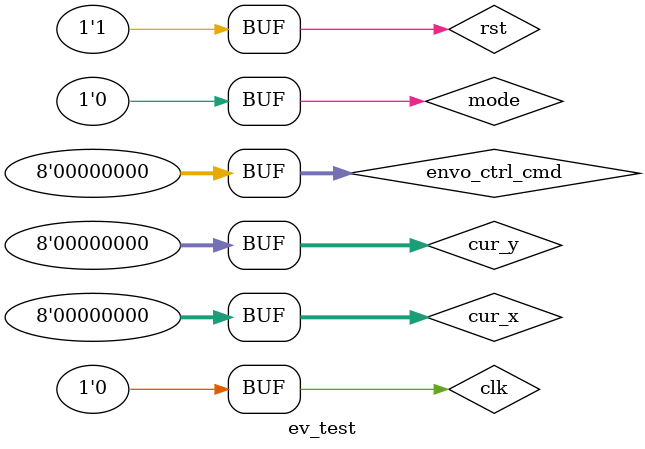
<source format=v>
`timescale 1ns / 1ps


module ev_test;

	// Inputs
	reg clk;
	reg rst;
	reg [7:0] envo_ctrl_cmd;
	reg mode;
	reg [7:0] cur_x;
	reg [7:0] cur_y;

	// Outputs
	wire change_state;
	wire [7:0] wAddrR;
	wire [7:0] wAddrC;
	wire write_en;
	wire write_data;
	wire random_en;
	wire clear_en;
	wire pattern_en;

	// Instantiate the Unit Under Test (UUT)
	envolve_ctrl uut (
		.clk(clk), 
		.rst(rst), 
		.envo_ctrl_cmd(envo_ctrl_cmd), 
		.change_state(change_state), 
		.mode(mode), 
		.wAddrR(wAddrR), 
		.wAddrC(wAddrC), 
		.write_en(write_en), 
		.write_data(write_data), 
		.cur_x(cur_x), 
		.cur_y(cur_y), 
		.random_en(random_en), 
		.clear_en(clear_en), 
		.pattern_en(pattern_en)
	);

	initial begin
		// Initialize Inputs
		clk = 0;
		rst = 0;
		envo_ctrl_cmd = 0;
		mode = 0;
		cur_x = 0;
		cur_y = 0;

		// Wait 100 ns for global reset to finish
		#100;
		rst = 1;
		envo_ctrl_cmd[5] = 1;
		# 100;
		envo_ctrl_cmd[5] = 0;
        
		// Add stimulus here

	end
	always begin
		clk = 1; # 20;
		clk = 0; # 20;
	end
      
endmodule


</source>
